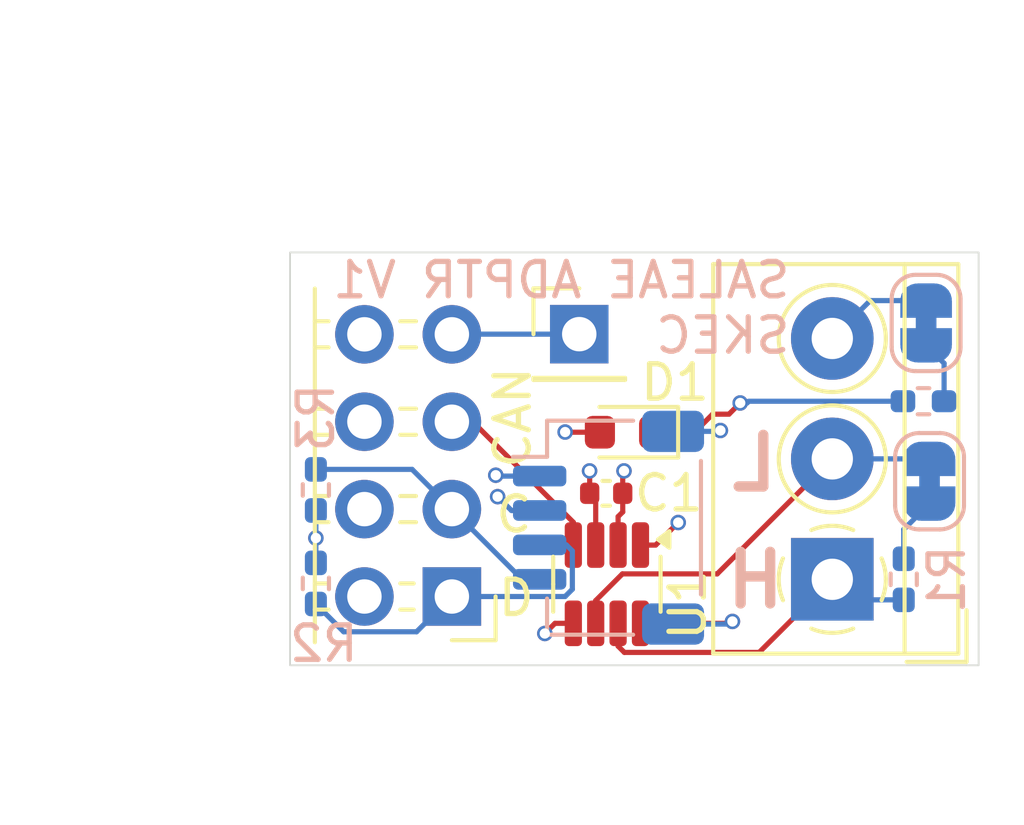
<source format=kicad_pcb>
(kicad_pcb (version 20240108) (generator "pcbnew") (generator_version "8.0")
  (layers (0 "F.Cu" signal) (1 "In1.Cu" signal) (2 "In2.Cu" signal) (31 "B.Cu" signal) (34 "B.Paste" user) (35 "F.Paste" user) (36 "B.SilkS" user "B.Silkscreen") (37 "F.SilkS" user "F.Silkscreen") (38 "B.Mask" user) (39 "F.Mask" user) (44 "Edge.Cuts" user))
  (net 0 "")
  (net 1 "GND")
  (net 2 "+3V3")
  (net 3 "/CAN_L")
  (net 4 "/CAN_H")
  (net 5 "/SCL")
  (net 6 "/CAN_RX")
  (net 7 "/SDA")
  (net 8 "Net-(J3-Pin_7)")
  (net 9 "Net-(JP1-B)")
  (net 10 "Net-(D1-K)")
  (net 11 "Net-(JP2-B)")
  (footprint "Capacitor_SMD:C_0402_1005Metric" (layer "F.Cu") (at 59.18325 57)
    (property "Reference" "C1" (at 1.81675 0 0) (layer "F.SilkS") (effects (font (thickness 0.153))))
    (property "Value" "0.1u")
    (fp_line (start -0.107836 -0.36) (end 0.107836 -0.36) (stroke (width 0.12)) (layer "F.SilkS"))
    (fp_line (start -0.107836 0.36) (end 0.107836 0.36) (stroke (width 0.12)) (layer "F.SilkS"))
    (pad "1" smd roundrect (at -0.48 0) (size 0.56 0.62) (layers "F.Cu" "F.Paste" "F.Mask") (net 2 "+3V3"))
    (pad "2" smd roundrect (at 0.48 0) (size 0.56 0.62) (layers "F.Cu" "F.Paste" "F.Mask") (net 1 "GND"))
  )
  (footprint "Connector_PinHeader_2.54mm:PinHeader_1x01_P2.54mm_Vertical" (layer "F.Cu") (at 58.4 52.375)
    (property "Reference" "TP1" (hide yes))
    (property "Value" "TestPoint")
    (fp_line (start -1.33 -1.33) (end 0 -1.33) (stroke (width 0.12)) (layer "F.SilkS"))
    (fp_line (start -1.33 0) (end -1.33 -1.33) (stroke (width 0.12)) (layer "F.SilkS"))
    (fp_line (start -1.33 1.27) (end -1.33 1.33) (stroke (width 0.12)) (layer "F.SilkS"))
    (fp_line (start -1.33 1.27) (end 1.33 1.27) (stroke (width 0.12)) (layer "F.SilkS"))
    (fp_line (start -1.33 1.33) (end 1.33 1.33) (stroke (width 0.12)) (layer "F.SilkS"))
    (fp_line (start 1.33 1.27) (end 1.33 1.33) (stroke (width 0.12)) (layer "F.SilkS"))
    (pad "1" thru_hole rect (at 0 0) (size 1.7 1.7) (drill 1) (layers "*.Cu" "*.Mask") (net 8 "Net-(J3-Pin_7)"))
  )
  (footprint "TerminalBlock_4Ucon:TerminalBlock_4Ucon_1x03_P3.50mm_Horizontal" (layer "F.Cu") (at 65.75 59.5 90)
    (property "Reference" "J1" (hide yes))
    (property "Value" "Screw_Terminal_01x03")
    (fp_line (start 9.16 -3.46) (end 9.16 3.66) (stroke (width 0.12)) (layer "F.SilkS"))
    (fp_line (start -2.16 -3.46) (end 9.16 -3.46) (stroke (width 0.12)) (layer "F.SilkS"))
    (fp_line (start -2.16 -3.46) (end -2.16 3.66) (stroke (width 0.12)) (layer "F.SilkS"))
    (fp_line (start -2.16 2.1) (end 9.16 2.1) (stroke (width 0.12)) (layer "F.SilkS"))
    (fp_line (start -2.4 2.16) (end -2.4 3.9) (stroke (width 0.12)) (layer "F.SilkS"))
    (fp_line (start -2.16 3.66) (end 9.16 3.66) (stroke (width 0.12)) (layer "F.SilkS"))
    (fp_line (start -2.4 3.9) (end -0.9 3.9) (stroke (width 0.12)) (layer "F.SilkS"))
    (fp_arc (start -0.607742 -1.432109) (mid 0.00014 -1.555727) (end 0.608 -1.432) (stroke (width 0.12)) (layer "F.SilkS"))
    (fp_arc (start 1.432109 -0.607742) (mid 1.555727 0.00014) (end 1.432 0.608) (stroke (width 0.12)) (layer "F.SilkS"))
    (fp_arc (start -1.432109 0.607742) (mid -1.555727 -0.00014) (end -1.432 -0.608) (stroke (width 0.12)) (layer "F.SilkS"))
    (fp_arc (start 0.607587 1.431385) (mid 0.310017 1.523783) (end 0 1.555) (stroke (width 0.12)) (layer "F.SilkS"))
    (fp_arc (start 0.027011 1.555493) (mid -0.296984 1.527118) (end -0.608 1.432) (stroke (width 0.12)) (layer "F.SilkS"))
    (fp_circle (center 7 0) (end 8.555 0) (stroke (width 0.12)) (fill none) (layer "F.SilkS"))
    (fp_circle (center 3.5 0) (end 5.055 0) (stroke (width 0.12)) (fill none) (layer "F.SilkS"))
    (pad "1" thru_hole rect (at 0 0 90) (size 2.4 2.4) (drill 1.2) (layers "*.Cu" "*.Mask") (net 4 "/CAN_H"))
    (pad "2" thru_hole circle (at 3.5 0 90) (size 2.4 2.4) (drill 1.2) (layers "*.Cu" "*.Mask") (net 3 "/CAN_L"))
    (pad "3" thru_hole circle (at 7 0 90) (size 2.4 2.4) (drill 1.2) (layers "*.Cu" "*.Mask") (net 1 "GND"))
  )
  (footprint "Package_TO_SOT_SMD:SOT-23-8" (layer "F.Cu") (at 59.20325 59.6425 -90)
    (property "Reference" "U1" (at 0.6075 -2.34675 90) (layer "F.SilkS") (effects (font (thickness 0.153))))
    (property "Value" "MAX33040")
    (fp_line (start 0 1.56) (end -0.8 1.56) (stroke (width 0.12)) (layer "F.SilkS"))
    (fp_line (start 0 1.56) (end 0.8 1.56) (stroke (width 0.12)) (layer "F.SilkS"))
    (fp_line (start 0 -1.56) (end -0.8 -1.56) (stroke (width 0.12)) (layer "F.SilkS"))
    (fp_line (start 0 -1.56) (end 0.8 -1.56) (stroke (width 0.12)) (layer "F.SilkS"))
    (fp_poly (pts (xy -1.3 -1.485) (xy -1.54 -1.815) (xy -1.06 -1.815) (xy -1.3 -1.485)) (stroke (width 0.12)) (fill solid) (layer "F.SilkS"))
    (pad "1" smd roundrect (at -1.1375 -0.975 270) (size 1.325 0.5) (layers "F.Cu" "F.Paste" "F.Mask") (net 2 "+3V3"))
    (pad "2" smd roundrect (at -1.1375 -0.325 270) (size 1.325 0.5) (layers "F.Cu" "F.Paste" "F.Mask") (net 1 "GND"))
    (pad "3" smd roundrect (at -1.1375 0.325 270) (size 1.325 0.5) (layers "F.Cu" "F.Paste" "F.Mask") (net 2 "+3V3"))
    (pad "4" smd roundrect (at -1.1375 0.975 270) (size 1.325 0.5) (layers "F.Cu" "F.Paste" "F.Mask") (net 6 "/CAN_RX"))
    (pad "5" smd roundrect (at 1.1375 0.975 270) (size 1.325 0.5) (layers "F.Cu" "F.Paste" "F.Mask") (net 1 "GND"))
    (pad "6" smd roundrect (at 1.1375 0.325 270) (size 1.325 0.5) (layers "F.Cu" "F.Paste" "F.Mask") (net 3 "/CAN_L"))
    (pad "7" smd roundrect (at 1.1375 -0.325 270) (size 1.325 0.5) (layers "F.Cu" "F.Paste" "F.Mask") (net 4 "/CAN_H"))
    (pad "8" smd roundrect (at 1.1375 -0.975 270) (size 1.325 0.5) (layers "F.Cu" "F.Paste" "F.Mask") (net 1 "GND"))
  )
  (footprint "Connector_PinHeader_2.54mm:PinHeader_2x04_P2.54mm_Horizontal" (layer "F.Cu") (at 54.7 60 180)
    (property "Reference" "J3" (hide yes))
    (property "Value" "Saleae" (hide yes))
    (fp_line (start 3.98 -1.33) (end 3.98 8.95) (stroke (width 0.12)) (layer "F.SilkS"))
    (fp_line (start 3.582929 8) (end 3.98 8) (stroke (width 0.12)) (layer "F.SilkS"))
    (fp_line (start 3.582929 7.24) (end 3.98 7.24) (stroke (width 0.12)) (layer "F.SilkS"))
    (fp_line (start 3.582929 5.46) (end 3.98 5.46) (stroke (width 0.12)) (layer "F.SilkS"))
    (fp_line (start 3.582929 4.7) (end 3.98 4.7) (stroke (width 0.12)) (layer "F.SilkS"))
    (fp_line (start 3.582929 2.92) (end 3.98 2.92) (stroke (width 0.12)) (layer "F.SilkS"))
    (fp_line (start 3.582929 2.16) (end 3.98 2.16) (stroke (width 0.12)) (layer "F.SilkS"))
    (fp_line (start 3.582929 0.38) (end 3.98 0.38) (stroke (width 0.12)) (layer "F.SilkS"))
    (fp_line (start 3.582929 -0.38) (end 3.98 -0.38) (stroke (width 0.12)) (layer "F.SilkS"))
    (fp_line (start 1.11 0.38) (end 1.497071 0.38) (stroke (width 0.12)) (layer "F.SilkS"))
    (fp_line (start 1.11 -0.38) (end 1.497071 -0.38) (stroke (width 0.12)) (layer "F.SilkS"))
    (fp_line (start 1.042929 8) (end 1.497071 8) (stroke (width 0.12)) (layer "F.SilkS"))
    (fp_line (start 1.042929 7.24) (end 1.497071 7.24) (stroke (width 0.12)) (layer "F.SilkS"))
    (fp_line (start 1.042929 5.46) (end 1.497071 5.46) (stroke (width 0.12)) (layer "F.SilkS"))
    (fp_line (start 1.042929 4.7) (end 1.497071 4.7) (stroke (width 0.12)) (layer "F.SilkS"))
    (fp_line (start 1.042929 2.92) (end 1.497071 2.92) (stroke (width 0.12)) (layer "F.SilkS"))
    (fp_line (start 1.042929 2.16) (end 1.497071 2.16) (stroke (width 0.12)) (layer "F.SilkS"))
    (fp_line (start -1.27 0) (end -1.27 -1.27) (stroke (width 0.12)) (layer "F.SilkS"))
    (fp_line (start -1.27 -1.27) (end 0 -1.27) (stroke (width 0.12)) (layer "F.SilkS"))
    (pad "1" thru_hole rect (at 0 0 180) (size 1.7 1.7) (drill 1) (layers "*.Cu" "*.Mask") (net 7 "/SDA"))
    (pad "2" thru_hole oval (at 2.54 0 180) (size 1.7 1.7) (drill 1) (layers "*.Cu" "*.Mask") (net 1 "GND"))
    (pad "3" thru_hole oval (at 0 2.54 180) (size 1.7 1.7) (drill 1) (layers "*.Cu" "*.Mask") (net 5 "/SCL"))
    (pad "4" thru_hole oval (at 2.54 2.54 180) (size 1.7 1.7) (drill 1) (layers "*.Cu" "*.Mask") (net 1 "GND"))
    (pad "5" thru_hole oval (at 0 5.08 180) (size 1.7 1.7) (drill 1) (layers "*.Cu" "*.Mask") (net 6 "/CAN_RX"))
    (pad "6" thru_hole oval (at 2.54 5.08 180) (size 1.7 1.7) (drill 1) (layers "*.Cu" "*.Mask") (net 1 "GND"))
    (pad "7" thru_hole oval (at 0 7.62 180) (size 1.7 1.7) (drill 1) (layers "*.Cu" "*.Mask") (net 8 "Net-(J3-Pin_7)"))
    (pad "8" thru_hole oval (at 2.54 7.62 180) (size 1.7 1.7) (drill 1) (layers "*.Cu" "*.Mask") (net 1 "GND"))
  )
  (footprint "LED_SMD:LED_0603_1608Metric" (layer "F.Cu") (at 59.7875 55.225 180)
    (property "Reference" "D1" (at -1.3925 1.445 360) (layer "F.SilkS") (effects (font (thickness 0.153))))
    (property "Value" "LED")
    (fp_line (start 0.8 -0.735) (end -1.485 -0.735) (stroke (width 0.12)) (layer "F.SilkS"))
    (fp_line (start -1.485 0.735) (end 0.8 0.735) (stroke (width 0.12)) (layer "F.SilkS"))
    (fp_line (start -1.485 -0.735) (end -1.485 0.735) (stroke (width 0.12)) (layer "F.SilkS"))
    (pad "1" smd roundrect (at -0.7875 0 180) (size 0.875 0.95) (layers "F.Cu" "F.Paste" "F.Mask") (net 10 "Net-(D1-K)"))
    (pad "2" smd roundrect (at 0.7875 0 180) (size 0.875 0.95) (layers "F.Cu" "F.Paste" "F.Mask") (net 2 "+3V3"))
  )
  (footprint "Jumper:SolderJumper-2_P1.3mm_Bridged_RoundedPad1.0x1.5mm" (layer "B.Cu") (at 68.575 56.65 -90)
    (property "Reference" "JP1" (hide yes))
    (property "Value" "Jumper_2_Small_Bridged")
    (fp_poly (pts (xy 0.25 0.3) (xy -0.25 0.3) (xy -0.25 -0.3) (xy 0.25 -0.3)) (fill solid) (layer "B.Cu"))
    (fp_line (start 0.7 1) (end -0.7 1) (stroke (width 0.12)) (layer "B.SilkS"))
    (fp_line (start -1.4 0.3) (end -1.4 -0.3) (stroke (width 0.12)) (layer "B.SilkS"))
    (fp_line (start 1.4 -0.3) (end 1.4 0.3) (stroke (width 0.12)) (layer "B.SilkS"))
    (fp_line (start -0.7 -1) (end 0.7 -1) (stroke (width 0.12)) (layer "B.SilkS"))
    (fp_arc (start -0.7 1) (mid -1.194975 0.794975) (end -1.4 0.3) (stroke (width 0.12)) (layer "B.SilkS"))
    (fp_arc (start 1.4 0.3) (mid 1.194975 0.794975) (end 0.7 1) (stroke (width 0.12)) (layer "B.SilkS"))
    (fp_arc (start -1.4 -0.3) (mid -1.194975 -0.794975) (end -0.7 -1) (stroke (width 0.12)) (layer "B.SilkS"))
    (fp_arc (start 0.7 -1) (mid 1.194975 -0.794975) (end 1.4 -0.3) (stroke (width 0.12)) (layer "B.SilkS"))
    (pad "1" smd custom (at -0.65 0 270) (size 1 0.5) (layers "B.Cu" "B.Mask") (net 3 "/CAN_L") (options (clearance outline) (anchor rect)) (primitives (gr_circle (center 0 -0.25) (end 0.5 -0.25) (width 0) (fill yes)) (gr_circle (center 0 0.25) (end 0.5 0.25) (width 0) (fill yes)) (gr_poly (pts (xy 0.5 -0.75) (xy 0 -0.75) (xy 0 0.75) (xy 0.5 0.75)) (width 0) (fill yes))))
    (pad "2" smd custom (at 0.65 0 270) (size 1 0.5) (layers "B.Cu" "B.Mask") (net 9 "Net-(JP1-B)") (options (clearance outline) (anchor rect)) (primitives (gr_circle (center 0 -0.25) (end 0.5 -0.25) (width 0) (fill yes)) (gr_circle (center 0 0.25) (end 0.5 0.25) (width 0) (fill yes)) (gr_poly (pts (xy 0 -0.75) (xy -0.5 -0.75) (xy -0.5 0.75) (xy 0 0.75)) (width 0) (fill yes))))
  )
  (footprint "Resistor_SMD:R_0402_1005Metric_Pad0.72x0.64mm_HandSolder" (layer "B.Cu") (at 50.75 56.9025 90)
    (property "Reference" "R3" (at 2.1025 0 90) (layer "B.SilkS") (effects (font (thickness 0.153)) (justify mirror)))
    (property "Value" "2.2k")
    (fp_line (start 0.167621 -0.38) (end -0.167621 -0.38) (stroke (width 0.12)) (layer "B.SilkS"))
    (fp_line (start 0.167621 0.38) (end -0.167621 0.38) (stroke (width 0.12)) (layer "B.SilkS"))
    (pad "1" smd roundrect (at -0.5975 0 90) (size 0.715 0.64) (layers "B.Cu" "B.Paste" "B.Mask") (net 2 "+3V3"))
    (pad "2" smd roundrect (at 0.5975 0 90) (size 0.715 0.64) (layers "B.Cu" "B.Paste" "B.Mask") (net 5 "/SCL"))
  )
  (footprint "Resistor_SMD:R_0402_1005Metric_Pad0.72x0.64mm_HandSolder" (layer "B.Cu") (at 68.4 54.325)
    (property "Reference" "R5" (hide yes))
    (property "Value" "2.2k")
    (fp_line (start 0.167621 -0.38) (end -0.167621 -0.38) (stroke (width 0.12)) (layer "B.SilkS"))
    (fp_line (start 0.167621 0.38) (end -0.167621 0.38) (stroke (width 0.12)) (layer "B.SilkS"))
    (pad "1" smd roundrect (at -0.5975 0) (size 0.715 0.64) (layers "B.Cu" "B.Paste" "B.Mask") (net 10 "Net-(D1-K)"))
    (pad "2" smd roundrect (at 0.5975 0) (size 0.715 0.64) (layers "B.Cu" "B.Paste" "B.Mask") (net 11 "Net-(JP2-B)"))
  )
  (footprint "Resistor_SMD:R_0402_1005Metric_Pad0.72x0.64mm_HandSolder" (layer "B.Cu") (at 50.75 59.62 -90)
    (property "Reference" "R2" (at 1.75 -0.23 180) (layer "B.SilkS") (effects (font (thickness 0.153)) (justify mirror)))
    (property "Value" "2.2k")
    (fp_line (start 0.167621 0.38) (end -0.167621 0.38) (stroke (width 0.12)) (layer "B.SilkS"))
    (fp_line (start 0.167621 -0.38) (end -0.167621 -0.38) (stroke (width 0.12)) (layer "B.SilkS"))
    (pad "1" smd roundrect (at -0.5975 0 270) (size 0.715 0.64) (layers "B.Cu" "B.Paste" "B.Mask") (net 2 "+3V3"))
    (pad "2" smd roundrect (at 0.5975 0 270) (size 0.715 0.64) (layers "B.Cu" "B.Paste" "B.Mask") (net 7 "/SDA"))
  )
  (footprint "Connector_JST:JST_SH_SM04B-SRSS-TB_1x04-1MP_P1.00mm_Horizontal" (layer "B.Cu") (at 59.25 58 -90)
    (property "Reference" "J4" (hide yes))
    (property "Value" "Conn_QWIIC_Horizontal")
    (fp_line (start -2.06 2.775) (end -2.06 1.785) (stroke (width 0.12)) (layer "B.SilkS"))
    (fp_line (start -3.11 1.785) (end -3.11 -0.715) (stroke (width 0.12)) (layer "B.SilkS"))
    (fp_line (start -2.06 1.785) (end -3.11 1.785) (stroke (width 0.12)) (layer "B.SilkS"))
    (fp_line (start 2.06 1.785) (end 3.11 1.785) (stroke (width 0.12)) (layer "B.SilkS"))
    (fp_line (start 3.11 1.785) (end 3.11 -0.715) (stroke (width 0.12)) (layer "B.SilkS"))
    (fp_line (start 1.94 -2.685) (end -1.94 -2.685) (stroke (width 0.12)) (layer "B.SilkS"))
    (pad "1" smd roundrect (at -1.5 2 270) (size 0.6 1.55) (layers "B.Cu" "B.Paste" "B.Mask") (net 1 "GND"))
    (pad "2" smd roundrect (at -0.5 2 270) (size 0.6 1.55) (layers "B.Cu" "B.Paste" "B.Mask") (net 2 "+3V3"))
    (pad "3" smd roundrect (at 0.5 2 270) (size 0.6 1.55) (layers "B.Cu" "B.Paste" "B.Mask") (net 7 "/SDA"))
    (pad "4" smd roundrect (at 1.5 2 270) (size 0.6 1.55) (layers "B.Cu" "B.Paste" "B.Mask") (net 5 "/SCL"))
    (pad "MP" smd roundrect (at -2.8 -1.875 270) (size 1.2 1.8) (layers "B.Cu" "B.Paste" "B.Mask") (roundrect_rratio 0.208333) (net 1 "GND"))
    (pad "MP" smd roundrect (at 2.8 -1.875 270) (size 1.2 1.8) (layers "B.Cu" "B.Paste" "B.Mask") (roundrect_rratio 0.208333) (net 1 "GND"))
  )
  (footprint "Jumper:SolderJumper-2_P1.3mm_Bridged_RoundedPad1.0x1.5mm" (layer "B.Cu") (at 68.475 52.05 -90)
    (property "Reference" "JP2" (hide yes))
    (property "Value" "Jumper_2_Small_Bridged")
    (fp_poly (pts (xy 0.25 0.3) (xy -0.25 0.3) (xy -0.25 -0.3) (xy 0.25 -0.3)) (fill solid) (layer "B.Cu"))
    (fp_line (start 0.7 1) (end -0.7 1) (stroke (width 0.12)) (layer "B.SilkS"))
    (fp_line (start -1.4 0.3) (end -1.4 -0.3) (stroke (width 0.12)) (layer "B.SilkS"))
    (fp_line (start 1.4 -0.3) (end 1.4 0.3) (stroke (width 0.12)) (layer "B.SilkS"))
    (fp_line (start -0.7 -1) (end 0.7 -1) (stroke (width 0.12)) (layer "B.SilkS"))
    (fp_arc (start -0.7 1) (mid -1.194975 0.794975) (end -1.4 0.3) (stroke (width 0.12)) (layer "B.SilkS"))
    (fp_arc (start 1.4 0.3) (mid 1.194975 0.794975) (end 0.7 1) (stroke (width 0.12)) (layer "B.SilkS"))
    (fp_arc (start -1.4 -0.3) (mid -1.194975 -0.794975) (end -0.7 -1) (stroke (width 0.12)) (layer "B.SilkS"))
    (fp_arc (start 0.7 -1) (mid 1.194975 -0.794975) (end 1.4 -0.3) (stroke (width 0.12)) (layer "B.SilkS"))
    (pad "1" smd custom (at -0.65 0 270) (size 1 0.5) (layers "B.Cu" "B.Mask") (net 1 "GND") (options (clearance outline) (anchor rect)) (primitives (gr_circle (center 0 -0.25) (end 0.5 -0.25) (width 0) (fill yes)) (gr_circle (center 0 0.25) (end 0.5 0.25) (width 0) (fill yes)) (gr_poly (pts (xy 0.5 -0.75) (xy 0 -0.75) (xy 0 0.75) (xy 0.5 0.75)) (width 0) (fill yes))))
    (pad "2" smd custom (at 0.65 0 270) (size 1 0.5) (layers "B.Cu" "B.Mask") (net 11 "Net-(JP2-B)") (options (clearance outline) (anchor rect)) (primitives (gr_circle (center 0 -0.25) (end 0.5 -0.25) (width 0) (fill yes)) (gr_circle (center 0 0.25) (end 0.5 0.25) (width 0) (fill yes)) (gr_poly (pts (xy 0 -0.75) (xy -0.5 -0.75) (xy -0.5 0.75) (xy 0 0.75)) (width 0) (fill yes))))
  )
  (footprint "Resistor_SMD:R_0402_1005Metric_Pad0.72x0.64mm_HandSolder" (layer "B.Cu") (at 67.825 59.5 90)
    (property "Reference" "R1" (at 0 1.25 90) (layer "B.SilkS") (effects (font (thickness 0.153)) (justify mirror)))
    (property "Value" "120")
    (fp_line (start 0.167621 -0.38) (end -0.167621 -0.38) (stroke (width 0.12)) (layer "B.SilkS"))
    (fp_line (start 0.167621 0.38) (end -0.167621 0.38) (stroke (width 0.12)) (layer "B.SilkS"))
    (pad "1" smd roundrect (at -0.5975 0 90) (size 0.715 0.64) (layers "B.Cu" "B.Paste" "B.Mask") (net 4 "/CAN_H"))
    (pad "2" smd roundrect (at 0.5975 0 90) (size 0.715 0.64) (layers "B.Cu" "B.Paste" "B.Mask") (net 9 "Net-(JP1-B)"))
  )
  (gr_rect (start 50 50) (end 70 62) (stroke (width 0.05)) (fill none) (layer "Edge.Cuts"))
  (gr_text "L" (at 64.3 57 0) (layer "B.SilkS") (effects (font (size 1.5 1.5) (thickness 0.3) (bold yes)) (justify left bottom mirror)))
  (gr_text "H" (at 64.5 60.4 0) (layer "B.SilkS") (effects (font (size 1.5 1.5) (thickness 0.3) (bold yes)) (justify left bottom mirror)))
  (gr_text "SALEAE ADPTR V1\nSKEC" (at 64.6 53 0) (layer "B.SilkS") (effects (font (size 1 1) (thickness 0.153)) (justify left bottom mirror)))
  (gr_text "CAN" (at 57.05 56.35 90) (layer "F.SilkS") (effects (font (size 1 1) (thickness 0.153)) (justify left bottom)))
  (gr_text "C" (at 55.9 58.2 0) (layer "F.SilkS") (effects (font (size 1 1) (thickness 0.153)) (justify left bottom)))
  (gr_text "D" (at 55.97 60.625 0) (layer "F.SilkS") (effects (font (size 1 1) (thickness 0.153)) (justify left bottom)))
  (segment (start 59.66325 57.54325) (end 59.66325 57) (width 0.15) (layer "F.Cu") (net 1))
  (segment (start 59.66325 57) (end 59.66325 56.38675) (width 0.15) (layer "F.Cu") (net 1))
  (segment (start 57.695 60.78) (end 57.4 61.075) (width 0.15) (layer "F.Cu") (net 1))
  (segment (start 58.22825 60.78) (end 57.695 60.78) (width 0.15) (layer "F.Cu") (net 1))
  (segment (start 59.66325 56.38675) (end 59.7 56.35) (width 0.15) (layer "F.Cu") (net 1))
  (segment (start 59.52825 58.505) (end 59.52825 57.67825) (width 0.15) (layer "F.Cu") (net 1))
  (segment (start 60.17825 60.78) (end 62.795 60.78) (width 0.15) (layer "F.Cu") (net 1))
  (segment (start 59.52825 57.67825) (end 59.66325 57.54325) (width 0.15) (layer "F.Cu") (net 1))
  (segment (start 62.795 60.78) (end 62.85 60.725) (width 0.15) (layer "F.Cu") (net 1))
  (via (at 55.975 56.475) (size 0.45) (drill 0.3) (layers "F.Cu" "B.Cu") (net 1))
  (via (at 62.85 60.725) (size 0.45) (drill 0.3) (layers "F.Cu" "B.Cu") (net 1))
  (via (at 57.4 61.075) (size 0.45) (drill 0.3) (layers "F.Cu" "B.Cu") (net 1))
  (via (at 62.5 55.175) (size 0.45) (drill 0.3) (layers "F.Cu" "B.Cu") (net 1))
  (via (at 59.7 56.35) (size 0.45) (drill 0.3) (layers "F.Cu" "B.Cu") (net 1))
  (segment (start 61.125 55.2) (end 62.475 55.2) (width 0.15) (layer "B.Cu") (net 1))
  (segment (start 57.25 56.5) (end 56 56.5) (width 0.15) (layer "B.Cu") (net 1))
  (segment (start 56 56.5) (end 55.975 56.475) (width 0.15) (layer "B.Cu") (net 1))
  (segment (start 68.475 51.4) (end 66.85 51.4) (width 0.15) (layer "B.Cu") (net 1))
  (segment (start 66.85 51.4) (end 65.75 52.5) (width 0.15) (layer "B.Cu") (net 1))
  (segment (start 62.775 60.8) (end 62.85 60.725) (width 0.15) (layer "B.Cu") (net 1))
  (segment (start 62.475 55.2) (end 62.5 55.175) (width 0.15) (layer "B.Cu") (net 1))
  (segment (start 61.125 60.8) (end 62.775 60.8) (width 0.15) (layer "B.Cu") (net 1))
  (segment (start 58.87825 58.505) (end 58.87825 57.175) (width 0.15) (layer "F.Cu") (net 2))
  (segment (start 58.70325 57) (end 58.70325 56.35325) (width 0.15) (layer "F.Cu") (net 2))
  (segment (start 60.62 58.505) (end 61.275 57.85) (width 0.15) (layer "F.Cu") (net 2))
  (segment (start 57.995 55.225) (end 57.99 55.22) (width 0.15) (layer "F.Cu") (net 2))
  (segment (start 58.87825 57.175) (end 58.70325 57) (width 0.15) (layer "F.Cu") (net 2))
  (segment (start 58.70325 56.35325) (end 58.7 56.35) (width 0.15) (layer "F.Cu") (net 2))
  (segment (start 59 55.225) (end 57.995 55.225) (width 0.15) (layer "F.Cu") (net 2))
  (segment (start 60.17825 58.505) (end 60.62 58.505) (width 0.15) (layer "F.Cu") (net 2))
  (via (at 61.275 57.85) (size 0.45) (drill 0.3) (layers "F.Cu" "B.Cu") (net 2))
  (via (at 50.75 58.3) (size 0.45) (drill 0.3) (layers "F.Cu" "B.Cu") (net 2))
  (via (at 57.99 55.22) (size 0.45) (drill 0.3) (layers "F.Cu" "B.Cu") (net 2))
  (via (at 58.7 56.35) (size 0.45) (drill 0.3) (layers "F.Cu" "B.Cu") (net 2))
  (via (at 56.029144 57.097653) (size 0.45) (drill 0.3) (layers "F.Cu" "B.Cu") (net 2))
  (segment (start 57.25 57.5) (end 56.431491 57.5) (width 0.15) (layer "B.Cu") (net 2))
  (segment (start 50.75 57.5) (end 50.75 58.3) (width 0.15) (layer "B.Cu") (net 2))
  (segment (start 56.431491 57.5) (end 56.029144 57.097653) (width 0.15) (layer "B.Cu") (net 2))
  (segment (start 50.75 59.0225) (end 50.75 58.3) (width 0.15) (layer "B.Cu") (net 2))
  (segment (start 62.4075 59.3425) (end 65.75 56) (width 0.15) (layer "F.Cu") (net 3))
  (segment (start 58.87825 60.117501) (end 59.653251 59.3425) (width 0.15) (layer "F.Cu") (net 3))
  (segment (start 59.653251 59.3425) (end 62.4075 59.3425) (width 0.15) (layer "F.Cu") (net 3))
  (segment (start 58.87825 60.78) (end 58.87825 60.117501) (width 0.15) (layer "F.Cu") (net 3))
  (segment (start 65.75 56) (end 68.575 56) (width 0.15) (layer "B.Cu") (net 3))
  (segment (start 59.52825 60.78) (end 59.52825 61.442499) (width 0.15) (layer "F.Cu") (net 4))
  (segment (start 63.625 61.625) (end 65.75 59.5) (width 0.15) (layer "F.Cu") (net 4))
  (segment (start 59.52825 61.442499) (end 59.710751 61.625) (width 0.15) (layer "F.Cu") (net 4))
  (segment (start 59.710751 61.625) (end 63.625 61.625) (width 0.15) (layer "F.Cu") (net 4))
  (segment (start 67.825 60.0975) (end 66.3475 60.0975) (width 0.15) (layer "B.Cu") (net 4))
  (segment (start 66.3475 60.0975) (end 65.75 59.5) (width 0.15) (layer "B.Cu") (net 4))
  (segment (start 53.545 56.305) (end 54.7 57.46) (width 0.15) (layer "B.Cu") (net 5))
  (segment (start 56.74 59.5) (end 57.25 59.5) (width 0.15) (layer "B.Cu") (net 5))
  (segment (start 54.7 57.46) (end 56.74 59.5) (width 0.15) (layer "B.Cu") (net 5))
  (segment (start 50.75 56.305) (end 53.545 56.305) (width 0.15) (layer "B.Cu") (net 5))
  (segment (start 58.22825 57.842501) (end 55.305749 54.92) (width 0.15) (layer "F.Cu") (net 6))
  (segment (start 55.305749 54.92) (end 54.7 54.92) (width 0.15) (layer "F.Cu") (net 6))
  (segment (start 58.22825 58.505) (end 58.22825 57.842501) (width 0.15) (layer "F.Cu") (net 6))
  (segment (start 51.5575 61.025) (end 53.675 61.025) (width 0.15) (layer "B.Cu") (net 7))
  (segment (start 57.988776 60) (end 54.7 60) (width 0.15) (layer "B.Cu") (net 7))
  (segment (start 58.024999 58.5) (end 58.2 58.675001) (width 0.15) (layer "B.Cu") (net 7))
  (segment (start 57.25 58.5) (end 58.024999 58.5) (width 0.15) (layer "B.Cu") (net 7))
  (segment (start 53.675 61.025) (end 54.7 60) (width 0.15) (layer "B.Cu") (net 7))
  (segment (start 50.75 60.2175) (end 51.5575 61.025) (width 0.15) (layer "B.Cu") (net 7))
  (segment (start 58.2 59.788776) (end 57.988776 60) (width 0.15) (layer "B.Cu") (net 7))
  (segment (start 58.2 58.675001) (end 58.2 59.788776) (width 0.15) (layer "B.Cu") (net 7))
  (segment (start 58.4 52.375) (end 54.705 52.375) (width 0.15) (layer "B.Cu") (net 8))
  (segment (start 54.705 52.375) (end 54.7 52.38) (width 0.15) (layer "B.Cu") (net 8))
  (segment (start 67.825 58.05) (end 67.825 58.9025) (width 0.15) (layer "B.Cu") (net 9))
  (segment (start 68.575 57.3) (end 67.825 58.05) (width 0.15) (layer "B.Cu") (net 9))
  (segment (start 60.575 55.225) (end 61.775 55.225) (width 0.15) (layer "F.Cu") (net 10))
  (segment (start 61.775 55.2) (end 62.275 54.7) (width 0.15) (layer "F.Cu") (net 10))
  (segment (start 62.75 54.7) (end 63.075 54.375) (width 0.15) (layer "F.Cu") (net 10))
  (segment (start 61.775 55.225) (end 61.775 55.2) (width 0.15) (layer "F.Cu") (net 10))
  (segment (start 62.275 54.7) (end 62.75 54.7) (width 0.15) (layer "F.Cu") (net 10))
  (via (at 63.075 54.375) (size 0.45) (drill 0.3) (layers "F.Cu" "B.Cu") (net 10))
  (segment (start 63.325 54.325) (end 67.8025 54.325) (width 0.15) (layer "B.Cu") (net 10))
  (segment (start 63.275 54.375) (end 63.325 54.325) (width 0.15) (layer "B.Cu") (net 10))
  (segment (start 63.075 54.375) (end 63.275 54.375) (width 0.15) (layer "B.Cu") (net 10))
  (segment (start 68.9975 53.2225) (end 68.475 52.7) (width 0.15) (layer "B.Cu") (net 11))
  (segment (start 68.9975 54.325) (end 68.9975 53.2225) (width 0.15) (layer "B.Cu") (net 11))
)
</source>
